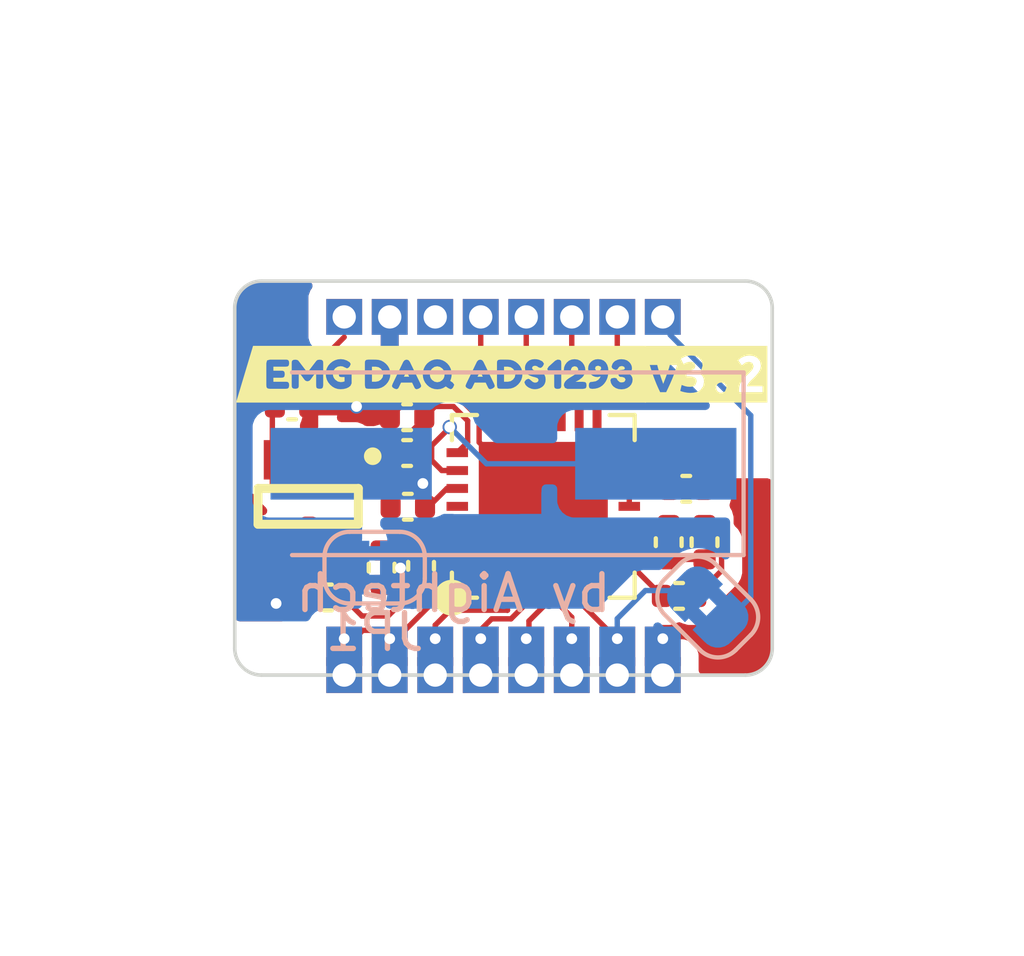
<source format=kicad_pcb>
(kicad_pcb (version 20240108) (generator "pcbnew") (generator_version "8.0")
  (title_block (title "EMG ADS1293") (date "2023-12-25") (rev "1.0") (company "Aightech"))
  (layers (0 "F.Cu" signal "Front") (1 "In1.Cu" signal) (2 "In2.Cu" signal) (31 "B.Cu" signal "Back") (34 "B.Paste" user) (35 "F.Paste" user) (36 "B.SilkS" user "B.Silkscreen") (37 "F.SilkS" user "F.Silkscreen") (38 "B.Mask" user) (39 "F.Mask" user) (44 "Edge.Cuts" user))
  (net 0 "")
  (net 1 "GNDA")
  (net 2 "/cvref")
  (net 3 "GND")
  (net 4 "+3.3V")
  (net 5 "XTAL2")
  (net 6 "XTAL1")
  (net 7 "/RLDINV")
  (net 8 "/RLDOUT")
  (net 9 "/RLDREF")
  (net 10 "/in1")
  (net 11 "/in2")
  (net 12 "/in3")
  (net 13 "/in4")
  (net 14 "/in5")
  (net 15 "/in6")
  (net 16 "/CMOUT")
  (net 23 "+3.3VA")
  (net 24 "/extRef")
  (net 26 "/POCI")
  (net 27 "/PICO")
  (net 28 "/SCLK")
  (net 29 "/CSB")
  (footprint "Connector_PinHeader_1.27mm:PinHeader_1x01_P1.27mm_Vertical" (layer "F.Cu") (at 26.7145 38.2105)
    (property "Reference" "J3" (hide yes))
    (property "Value" "Conn_01x01_Pin" (hide yes))
    (pad "1" thru_hole rect (at 0 0) (size 1 1) (drill 0.65) (property pad_prop_castellated) (layers "*.Cu" "*.Mask") (net 10 "/in1"))
  )
  (footprint "Capacitor_SMD:C_0402_1005Metric" (layer "F.Cu") (at 24.9895 36.0435 180)
    (property "Reference" "C8" (hide yes))
    (property "Value" "1uF" (hide yes))
    (pad "1" smd roundrect (at -0.48 0 180) (size 0.56 0.62) (layers "F.Cu" "F.Paste" "F.Mask") (net 23 "+3.3VA"))
    (pad "2" smd roundrect (at 0.48 0 180) (size 0.56 0.62) (layers "F.Cu" "F.Paste" "F.Mask") (net 3 "GND"))
  )
  (footprint "Capacitor_SMD:C_0402_1005Metric" (layer "F.Cu") (at 34.7895 36 180)
    (property "Reference" "R1" (hide yes))
    (property "Value" "10K" (hide yes))
    (pad "1" smd roundrect (at -0.48 0 180) (size 0.56 0.62) (layers "F.Cu" "F.Paste" "F.Mask") (net 7 "/RLDINV"))
    (pad "2" smd roundrect (at 0.48 0 180) (size 0.56 0.62) (layers "F.Cu" "F.Paste" "F.Mask") (net 16 "/CMOUT"))
  )
  (footprint "Connector_PinHeader_1.27mm:PinHeader_1x01_P1.27mm_Vertical" (layer "F.Cu") (at 27.9845 28.2105)
    (property "Reference" "J1" (hide yes))
    (property "Value" "Conn_01x01_Pin" (hide yes))
    (pad "1" thru_hole rect (at 0 0) (size 1 1) (drill 0.65) (property pad_prop_castellated) (layers "*.Cu" "*.Mask"))
  )
  (footprint "Connector_PinHeader_1.27mm:PinHeader_1x01_P1.27mm_Vertical" (layer "F.Cu") (at 25.4445 38.2105)
    (property "Reference" "J2" (hide yes))
    (property "Value" "Conn_01x01_Pin" (hide yes))
    (pad "1" thru_hole rect (at 0 0) (size 1 1) (drill 0.65) (property pad_prop_castellated) (layers "*.Cu" "*.Mask") (net 10 "/in1"))
  )
  (footprint "kibuzzard-66CB9060" (layer "F.Cu") (at 35.5445 29.8105)
    (property "Reference" "kibuzzard-66CB9060" (hide yes))
    (property "Value" "G***" (hide yes))
  )
  (footprint "Connector_PinHeader_1.27mm:PinHeader_1x01_P1.27mm_Vertical" (layer "F.Cu") (at 29.2545 28.2105 180)
    (property "Reference" "J9" (hide yes))
    (property "Value" "Conn_01x01_Pin" (hide yes))
    (pad "1" thru_hole rect (at 0 0 180) (size 1 1) (drill 0.65) (property pad_prop_castellated) (layers "*.Cu" "*.Mask") (net 26 "/POCI"))
  )
  (footprint "Connector_PinHeader_1.27mm:PinHeader_1x01_P1.27mm_Vertical" (layer "F.Cu") (at 33.0645 38.2105)
    (property "Reference" "J15" (hide yes))
    (property "Value" "Conn_01x01_Pin" (hide yes))
    (pad "1" thru_hole rect (at 0 0) (size 1 1) (drill 0.65) (property pad_prop_castellated) (layers "*.Cu" "*.Mask") (net 15 "/in6"))
  )
  (footprint "Connector_PinHeader_1.27mm:PinHeader_1x01_P1.27mm_Vertical" (layer "F.Cu") (at 34.3345 28.2105 180)
    (property "Reference" "J7" (hide yes))
    (property "Value" "Conn_01x01_Pin" (hide yes))
    (pad "1" thru_hole rect (at 0 0 180) (size 1 1) (drill 0.65) (property pad_prop_castellated) (layers "*.Cu" "*.Mask") (net 24 "/extRef"))
  )
  (footprint "Capacitor_SMD:C_0402_1005Metric" (layer "F.Cu") (at 27.2 32.0105)
    (property "Reference" "C4" (hide yes))
    (property "Value" "22pF" (hide yes))
    (pad "1" smd roundrect (at -0.48 0) (size 0.56 0.62) (layers "F.Cu" "F.Paste" "F.Mask") (net 4 "+3.3V"))
    (pad "2" smd roundrect (at 0.48 0) (size 0.56 0.62) (layers "F.Cu" "F.Paste" "F.Mask") (net 6 "XTAL1"))
  )
  (footprint "Capacitor_SMD:C_0402_1005Metric" (layer "F.Cu") (at 27.5895 35.1605 90)
    (property "Reference" "C1" (hide yes))
    (property "Value" "100nF" (hide yes))
    (pad "1" smd roundrect (at -0.48 0 90) (size 0.56 0.62) (layers "F.Cu" "F.Paste" "F.Mask") (net 23 "+3.3VA"))
    (pad "2" smd roundrect (at 0.48 0 90) (size 0.56 0.62) (layers "F.Cu" "F.Paste" "F.Mask") (net 1 "GNDA"))
  )
  (footprint "00_Custom:ADS1293CISQE" (layer "F.Cu") (at 31 33.5 90)
    (property "Reference" "U1" (hide yes))
    (property "Value" "ADS1293CISQE-NOPB" (hide yes))
    (pad "1" smd rect (at -2.4 -1.5 180) (size 0.25 0.6) (layers "F.Cu" "F.Paste" "F.Mask") (net 10 "/in1"))
    (pad "2" smd rect (at -2.4 -1.000001 180) (size 0.25 0.6) (layers "F.Cu" "F.Paste" "F.Mask") (net 11 "/in2"))
    (pad "3" smd rect (at -2.4 -0.499999 180) (size 0.25 0.6) (layers "F.Cu" "F.Paste" "F.Mask") (net 12 "/in3"))
    (pad "4" smd rect (at -2.4 0 180) (size 0.25 0.6) (layers "F.Cu" "F.Paste" "F.Mask") (net 13 "/in4"))
    (pad "5" smd rect (at -2.4 0.499999 180) (size 0.25 0.6) (layers "F.Cu" "F.Paste" "F.Mask") (net 14 "/in5"))
    (pad "6" smd rect (at -2.4 1.000001 180) (size 0.25 0.6) (layers "F.Cu" "F.Paste" "F.Mask") (net 15 "/in6"))
    (pad "7" smd rect (at -2.4 1.5 180) (size 0.25 0.6) (layers "F.Cu" "F.Paste" "F.Mask"))
    (pad "8" smd rect (at -1.5 2.4 90) (size 0.25 0.6) (layers "F.Cu" "F.Paste" "F.Mask") (net 16 "/CMOUT"))
    (pad "9" smd rect (at -1.000001 2.4 90) (size 0.25 0.6) (layers "F.Cu" "F.Paste" "F.Mask") (net 8 "/RLDOUT"))
    (pad "10" smd rect (at -0.499999 2.4 90) (size 0.25 0.6) (layers "F.Cu" "F.Paste" "F.Mask") (net 7 "/RLDINV"))
    (pad "11" smd rect (at 0 2.4 90) (size 0.25 0.6) (layers "F.Cu" "F.Paste" "F.Mask") (net 9 "/RLDREF"))
    (pad "12" smd rect (at 0.499999 2.4 90) (size 0.25 0.6) (layers "F.Cu" "F.Paste" "F.Mask") (net 9 "/RLDREF"))
    (pad "13" smd rect (at 1.000001 2.4 90) (size 0.25 0.6) (layers "F.Cu" "F.Paste" "F.Mask"))
    (pad "14" smd rect (at 1.5 2.4 90) (size 0.25 0.6) (layers "F.Cu" "F.Paste" "F.Mask") (net 3 "GND"))
    (pad "15" smd rect (at 2.4 1.5 180) (size 0.25 0.6) (layers "F.Cu" "F.Paste" "F.Mask"))
    (pad "16" smd rect (at 2.4 1.000001 180) (size 0.25 0.6) (layers "F.Cu" "F.Paste" "F.Mask") (net 29 "/CSB"))
    (pad "17" smd rect (at 2.4 0.499999 180) (size 0.25 0.6) (layers "F.Cu" "F.Paste" "F.Mask") (net 28 "/SCLK"))
    (pad "18" smd rect (at 2.4 0 180) (size 0.25 0.6) (layers "F.Cu" "F.Paste" "F.Mask") (net 27 "/PICO"))
    (pad "19" smd rect (at 2.4 -0.499999 180) (size 0.25 0.6) (layers "F.Cu" "F.Paste" "F.Mask") (net 26 "/POCI"))
    (pad "20" smd rect (at 2.4 -1.000001 180) (size 0.25 0.6) (layers "F.Cu" "F.Paste" "F.Mask"))
    (pad "21" smd rect (at 2.4 -1.5 180) (size 0.25 0.6) (layers "F.Cu" "F.Paste" "F.Mask"))
    (pad "22" smd rect (at 1.5 -2.4 90) (size 0.25 0.6) (layers "F.Cu" "F.Paste" "F.Mask") (net 4 "+3.3V"))
    (pad "23" smd rect (at 1.000001 -2.4 90) (size 0.25 0.6) (layers "F.Cu" "F.Paste" "F.Mask") (net 6 "XTAL1"))
    (pad "24" smd rect (at 0.499999 -2.4 90) (size 0.25 0.6) (layers "F.Cu" "F.Paste" "F.Mask") (net 5 "XTAL2"))
    (pad "25" smd rect (at 0 -2.4 90) (size 0.25 0.6) (layers "F.Cu" "F.Paste" "F.Mask"))
    (pad "26" smd rect (at -0.499999 -2.4 90) (size 0.25 0.6) (layers "F.Cu" "F.Paste" "F.Mask") (net 2 "/cvref"))
    (pad "27" smd rect (at -1.000001 -2.4 90) (size 0.25 0.6) (layers "F.Cu" "F.Paste" "F.Mask") (net 1 "GNDA"))
    (pad "28" smd rect (at -1.5 -2.4 90) (size 0.25 0.6) (layers "F.Cu" "F.Paste" "F.Mask") (net 23 "+3.3VA"))
    (pad "29" smd rect (at 0 0 90) (size 3.6 3.6) (layers "F.Cu") (net 3 "GND"))
  )
  (footprint "Capacitor_SMD:C_0402_1005Metric" (layer "F.Cu") (at 34.9895 33.0105)
    (property "Reference" "C7" (hide yes))
    (property "Value" "100nF" (hide yes))
    (pad "1" smd roundrect (at -0.48 0) (size 0.56 0.62) (layers "F.Cu" "F.Paste" "F.Mask") (net 9 "/RLDREF"))
    (pad "2" smd roundrect (at 0.48 0) (size 0.56 0.62) (layers "F.Cu" "F.Paste" "F.Mask") (net 1 "GNDA"))
  )
  (footprint "Capacitor_SMD:C_0402_1005Metric" (layer "F.Cu") (at 23.9895 30.7105)
    (property "Reference" "C9" (hide yes))
    (property "Value" "1uF" (hide yes))
    (pad "1" smd roundrect (at -0.48 0) (size 0.56 0.62) (layers "F.Cu" "F.Paste" "F.Mask") (net 4 "+3.3V"))
    (pad "2" smd roundrect (at 0.48 0) (size 0.56 0.62) (layers "F.Cu" "F.Paste" "F.Mask") (net 3 "GND"))
  )
  (footprint "Capacitor_SMD:C_0402_1005Metric" (layer "F.Cu") (at 27.2 31.0105 180)
    (property "Reference" "C5" (hide yes))
    (property "Value" "100nF" (hide yes))
    (pad "1" smd roundrect (at -0.48 0 180) (size 0.56 0.62) (layers "F.Cu" "F.Paste" "F.Mask") (net 4 "+3.3V"))
    (pad "2" smd roundrect (at 0.48 0 180) (size 0.56 0.62) (layers "F.Cu" "F.Paste" "F.Mask") (net 3 "GND"))
  )
  (footprint "00_lcsc:SOT-25-5_L2.9-W1.6-P0.95-LS2.8-BL" (layer "F.Cu") (at 24.459792 33.5 180)
    (property "Reference" "U2" (hide yes))
    (property "Value" "AP2112K-3.3TRG1" (hide yes))
    (pad "1" smd rect (at -0.95 1.3 180) (size 0.62 1.1) (layers "F.Cu" "F.Paste" "F.Mask") (net 4 "+3.3V"))
    (pad "2" smd rect (at 0 1.3 180) (size 0.62 1.1) (layers "F.Cu" "F.Paste" "F.Mask") (net 3 "GND"))
    (pad "3" smd rect (at 0.95 1.3 180) (size 0.62 1.1) (layers "F.Cu" "F.Paste" "F.Mask") (net 4 "+3.3V"))
    (pad "4" smd rect (at 0.95 -1.3 180) (size 0.62 1.1) (layers "F.Cu" "F.Paste" "F.Mask"))
    (pad "5" smd rect (at -0.95 -1.3 180) (size 0.62 1.1) (layers "F.Cu" "F.Paste" "F.Mask") (net 23 "+3.3VA"))
  )
  (footprint "Connector_PinHeader_1.27mm:PinHeader_1x01_P1.27mm_Vertical" (layer "F.Cu") (at 29.2545 38.2105)
    (property "Reference" "J5" (hide yes))
    (property "Value" "Conn_01x01_Pin" (hide yes))
    (pad "1" thru_hole rect (at 0 0) (size 1 1) (drill 0.65) (property pad_prop_castellated) (layers "*.Cu" "*.Mask") (net 12 "/in3"))
  )
  (footprint "Connector_PinHeader_1.27mm:PinHeader_1x01_P1.27mm_Vertical" (layer "F.Cu") (at 27.9845 38.2105)
    (property "Reference" "J4" (hide yes))
    (property "Value" "Conn_01x01_Pin" (hide yes))
    (pad "1" thru_hole rect (at 0 0) (size 1 1) (drill 0.65) (property pad_prop_castellated) (layers "*.Cu" "*.Mask") (net 11 "/in2"))
  )
  (footprint "Connector_PinHeader_1.27mm:PinHeader_1x01_P1.27mm_Vertical" (layer "F.Cu") (at 30.5245 28.2105 180)
    (property "Reference" "J10" (hide yes))
    (property "Value" "Conn_01x01_Pin" (hide yes))
    (pad "1" thru_hole rect (at 0 0 180) (size 1 1) (drill 0.65) (property pad_prop_castellated) (layers "*.Cu" "*.Mask") (net 27 "/PICO"))
  )
  (footprint "Capacitor_SMD:C_0402_1005Metric" (layer "F.Cu") (at 26.4895 35.2105 -90)
    (property "Reference" "C2" (hide yes))
    (property "Value" "1uF" (hide yes))
    (pad "1" smd roundrect (at -0.48 0 270) (size 0.56 0.62) (layers "F.Cu" "F.Paste" "F.Mask") (net 2 "/cvref"))
    (pad "2" smd roundrect (at 0.48 0 270) (size 0.56 0.62) (layers "F.Cu" "F.Paste" "F.Mask") (net 1 "GNDA"))
  )
  (footprint "Connector_PinHeader_1.27mm:PinHeader_1x01_P1.27mm_Vertical" (layer "F.Cu") (at 26.7145 28.2105)
    (property "Reference" "J14" (hide yes))
    (property "Value" "Conn_01x01_Pin" (hide yes))
    (pad "1" thru_hole rect (at 0 0) (size 1 1) (drill 0.65) (property pad_prop_castellated) (layers "*.Cu" "*.Mask") (net 3 "GND"))
  )
  (footprint "kibuzzard-658D7E24" (layer "F.Cu") (at 28.1445 29.8105)
    (property "Reference" "kibuzzard-658D7E24" (hide yes))
    (property "Value" "G***" (hide yes))
  )
  (footprint "Capacitor_SMD:C_0402_1005Metric" (layer "F.Cu") (at 27.22 33.5105)
    (property "Reference" "C3" (hide yes))
    (property "Value" "22pF" (hide yes))
    (pad "1" smd roundrect (at -0.48 0) (size 0.56 0.62) (layers "F.Cu" "F.Paste" "F.Mask") (net 4 "+3.3V"))
    (pad "2" smd roundrect (at 0.48 0) (size 0.56 0.62) (layers "F.Cu" "F.Paste" "F.Mask") (net 5 "XTAL2"))
  )
  (footprint "Connector_PinHeader_1.27mm:PinHeader_1x01_P1.27mm_Vertical" (layer "F.Cu") (at 31.7945 38.2105)
    (property "Reference" "J8" (hide yes))
    (property "Value" "Conn_01x01_Pin" (hide yes))
    (pad "1" thru_hole rect (at 0 0) (size 1 1) (drill 0.65) (property pad_prop_castellated) (layers "*.Cu" "*.Mask") (net 14 "/in5"))
  )
  (footprint "Connector_PinHeader_1.27mm:PinHeader_1x01_P1.27mm_Vertical" (layer "F.Cu") (at 33.0645 28.2105)
    (property "Reference" "J12" (hide yes))
    (property "Value" "Conn_01x01_Pin" (hide yes))
    (pad "1" thru_hole rect (at 0 0) (size 1 1) (drill 0.65) (property pad_prop_castellated) (layers "*.Cu" "*.Mask") (net 29 "/CSB"))
  )
  (footprint "Capacitor_SMD:C_0402_1005Metric" (layer "F.Cu") (at 34.5 34.5 -90)
    (property "Reference" "C6" (hide yes))
    (property "Value" "1nF" (hide yes))
    (pad "1" smd roundrect (at -0.48 0 270) (size 0.56 0.62) (layers "F.Cu" "F.Paste" "F.Mask") (net 7 "/RLDINV"))
    (pad "2" smd roundrect (at 0.48 0 270) (size 0.56 0.62) (layers "F.Cu" "F.Paste" "F.Mask") (net 8 "/RLDOUT"))
  )
  (footprint "Capacitor_SMD:C_0402_1005Metric" (layer "F.Cu") (at 35.5 34.5 -90)
    (property "Reference" "R2" (hide yes))
    (property "Value" "10M" (hide yes))
    (pad "1" smd roundrect (at -0.48 0 270) (size 0.56 0.62) (layers "F.Cu" "F.Paste" "F.Mask") (net 7 "/RLDINV"))
    (pad "2" smd roundrect (at 0.48 0 270) (size 0.56 0.62) (layers "F.Cu" "F.Paste" "F.Mask") (net 8 "/RLDOUT"))
  )
  (footprint "Connector_PinHeader_1.27mm:PinHeader_1x01_P1.27mm_Vertical" (layer "F.Cu") (at 34.3345 38.2105 180)
    (property "Reference" "J16" (hide yes))
    (property "Value" "Conn_01x01_Pin" (hide yes))
    (pad "1" thru_hole rect (at 0 0 180) (size 1 1) (drill 0.65) (property pad_prop_castellated) (layers "*.Cu" "*.Mask") (net 1 "GNDA"))
  )
  (footprint "Connector_PinHeader_1.27mm:PinHeader_1x01_P1.27mm_Vertical" (layer "F.Cu") (at 30.5245 38.2105)
    (property "Reference" "J6" (hide yes))
    (property "Value" "Conn_01x01_Pin" (hide yes))
    (pad "1" thru_hole rect (at 0 0) (size 1 1) (drill 0.65) (property pad_prop_castellated) (layers "*.Cu" "*.Mask") (net 13 "/in4"))
  )
  (footprint "Connector_PinHeader_1.27mm:PinHeader_1x01_P1.27mm_Vertical" (layer "F.Cu") (at 31.7945 28.2105 180)
    (property "Reference" "J11" (hide yes))
    (property "Value" "Conn_01x01_Pin" (hide yes))
    (pad "1" thru_hole rect (at 0 0 180) (size 1 1) (drill 0.65) (property pad_prop_castellated) (layers "*.Cu" "*.Mask") (net 28 "/SCLK"))
  )
  (footprint "Connector_PinHeader_1.27mm:PinHeader_1x01_P1.27mm_Vertical" (layer "F.Cu") (at 25.4445 28.2105)
    (property "Reference" "J13" (hide yes))
    (property "Value" "Conn_01x01_Pin" (hide yes))
    (pad "1" thru_hole rect (at 0 0) (size 1 1) (drill 0.65) (property pad_prop_castellated) (layers "*.Cu" "*.Mask") (net 4 "+3.3V"))
  )
  (footprint "Jumper:SolderJumper-2_P1.3mm_Bridged2Bar_RoundedPad1.0x1.5mm" (layer "B.Cu") (at 35.5895 36.3105 135)
    (property "Reference" "JP2" (hide yes))
    (property "Value" "SolderJumper_2_Bridged" (hide yes))
    (fp_poly (pts (xy -0.25 -0.2) (xy 0.25 -0.2) (xy 0.25 -0.6) (xy -0.25 -0.6)) (fill solid) (layer "B.Cu"))
    (fp_poly (pts (xy -0.25 0.6) (xy 0.25 0.6) (xy 0.25 0.2) (xy -0.25 0.2)) (fill solid) (layer "B.Cu"))
    (pad "1" smd custom (at -0.649999 0 135) (size 1 0.5) (layers "B.Cu" "B.Mask") (net 24 "/extRef") (options (clearance outline) (anchor rect)) (primitives (gr_circle (center 0 -0.25) (end 0.5 -0.25) (width 0) (fill yes)) (gr_circle (center 0 0.25) (end 0.5 0.25) (width 0) (fill yes)) (gr_poly (pts (xy 0.5 -0.75) (xy 0 -0.75) (xy 0 0.75) (xy 0.5 0.75)) (width 0) (fill yes))))
    (pad "2" smd custom (at 0.649999 0 135) (size 1 0.5) (layers "B.Cu" "B.Mask") (net 15 "/in6") (options (clearance outline) (anchor rect)) (primitives (gr_circle (center 0 -0.25) (end 0.5 -0.25) (width 0) (fill yes)) (gr_circle (center 0 0.25) (end 0.5 0.25) (width 0) (fill yes)) (gr_poly (pts (xy 0 -0.75) (xy -0.5 -0.75) (xy -0.5 0.75) (xy 0 0.75)) (width 0) (fill yes))))
  )
  (footprint "Jumper:SolderJumper-2_P1.3mm_Bridged2Bar_RoundedPad1.0x1.5mm" (layer "B.Cu") (at 26.2945 35.2105)
    (property "Reference" "JP1" (at 0 1.8 0) (layer "B.SilkS") (effects (justify mirror)))
    (property "Value" "SolderJumper_2_Bridged")
    (fp_poly (pts (xy -0.25 -0.2) (xy 0.25 -0.2) (xy 0.25 -0.6) (xy -0.25 -0.6)) (fill solid) (layer "B.Cu"))
    (fp_poly (pts (xy -0.25 0.6) (xy 0.25 0.6) (xy 0.25 0.2) (xy -0.25 0.2)) (fill solid) (layer "B.Cu"))
    (pad "1" smd custom (at -0.649999 0) (size 1 0.5) (layers "B.Cu" "B.Mask") (net 3 "GND") (options (clearance outline) (anchor rect)) (primitives (gr_circle (center 0 -0.25) (end 0.5 -0.25) (width 0) (fill yes)) (gr_circle (center 0 0.25) (end 0.5 0.25) (width 0) (fill yes)) (gr_poly (pts (xy 0.5 -0.75) (xy 0 -0.75) (xy 0 0.75) (xy 0.5 0.75)) (width 0) (fill yes))))
    (pad "2" smd custom (at 0.649999 0) (size 1 0.5) (layers "B.Cu" "B.Mask") (net 1 "GNDA") (options (clearance outline) (anchor rect)) (primitives (gr_circle (center 0 -0.25) (end 0.5 -0.25) (width 0) (fill yes)) (gr_circle (center 0 0.25) (end 0.5 0.25) (width 0) (fill yes)) (gr_poly (pts (xy 0 -0.75) (xy -0.5 -0.75) (xy -0.5 0.75) (xy 0 0.75)) (width 0) (fill yes))))
  )
  (footprint "Crystal:Crystal_SMD_HC49-SD" (layer "B.Cu") (at 29.8895 32.3105 180)
    (property "Reference" "Y1" (hide yes))
    (property "Value" "Crystal" (hide yes))
    (pad "1" smd rect (at -4.25 0 180) (size 4.5 2) (layers "B.Cu" "B.Paste" "B.Mask") (net 6 "XTAL1"))
    (pad "2" smd rect (at 4.25 0 180) (size 4.5 2) (layers "B.Cu" "B.Paste" "B.Mask") (net 5 "XTAL2"))
  )
  (gr_rect (start 26.2145 36.8565) (end 27.2145 37.9565) (fill solid) (layer "F.Cu") (net 10))
  (gr_rect (start 30.0245 36.8565) (end 31.0245 37.9565) (fill solid) (layer "F.Cu") (net 13))
  (gr_rect (start 27.4845 36.8565) (end 28.4845 37.9565) (fill solid) (layer "F.Cu") (net 11))
  (gr_rect (start 31.2945 36.8565) (end 32.2945 37.9565) (fill solid) (layer "F.Cu") (net 14))
  (gr_rect (start 33.8345 36.8565) (end 34.8345 37.9565) (fill solid) (layer "F.Cu") (net 1))
  (gr_rect (start 28.7545 36.8565) (end 29.7545 37.9565) (fill solid) (layer "F.Cu") (net 12))
  (gr_rect (start 32.5645 36.8565) (end 33.5645 37.9565) (fill solid) (layer "F.Cu") (net 15))
  (gr_rect (start 24.9445 36.8565) (end 25.9445 37.9565) (fill solid) (layer "F.Cu") (net 10))
  (gr_rect (start 30.0245 36.8565) (end 31.0245 37.9565) (fill solid) (layer "B.Cu") (net 13))
  (gr_rect (start 31.2945 36.8565) (end 32.2945 37.9565) (fill solid) (layer "B.Cu") (net 14))
  (gr_rect (start 32.5645 36.8565) (end 33.5645 37.9565) (fill solid) (layer "B.Cu") (net 15))
  (gr_rect (start 33.8345 36.8565) (end 34.8345 37.9565) (fill solid) (layer "B.Cu") (net 1))
  (gr_rect (start 27.4845 36.8565) (end 28.4845 37.9565) (fill solid) (layer "B.Cu") (net 11))
  (gr_rect (start 26.2145 36.8565) (end 27.2145 37.9565) (fill solid) (layer "B.Cu") (net 10))
  (gr_rect (start 24.9445 36.8565) (end 25.9445 37.9565) (fill solid) (layer "B.Cu") (net 10))
  (gr_rect (start 28.7545 36.8565) (end 29.7545 37.9565) (fill solid) (layer "B.Cu") (net 12))
  (gr_arc (start 36.6395 27.2105) (mid 37.16983 27.43017) (end 37.3895 27.9605) (stroke (width 0.1)) (layer "Edge.Cuts"))
  (gr_arc (start 22.3895 27.960501) (mid 22.60917 27.43017) (end 23.1395 27.210501) (stroke (width 0.1)) (layer "Edge.Cuts"))
  (gr_line (start 37.3895 37.460499) (end 37.3895 27.9605) (stroke (width 0.1)) (layer "Edge.Cuts"))
  (gr_line (start 36.6395 27.2105) (end 23.1395 27.210501) (stroke (width 0.1)) (layer "Edge.Cuts"))
  (gr_arc (start 23.1395 38.2105) (mid 22.60917 37.99083) (end 22.3895 37.4605) (stroke (width 0.1)) (layer "Edge.Cuts"))
  (gr_arc (start 37.3895 37.460499) (mid 37.16983 37.99083) (end 36.6395 38.210499) (stroke (width 0.1)) (layer "Edge.Cuts"))
  (gr_line (start 23.1395 38.2105) (end 36.6395 38.210499) (stroke (width 0.1)) (layer "Edge.Cuts"))
  (gr_line (start 22.3895 37.4605) (end 22.3895 27.960501) (stroke (width 0.1)) (layer "Edge.Cuts"))
  (gr_text "by Aightech" (at 28.4925 35.9245 0) (layer "B.SilkS") (effects (font (size 1 1)) (justify mirror)))
  (segment (start 27.0145 35.2205) (end 26.5445 35.6905) (width 0.15) (layer "F.Cu") (net 1))
  (segment (start 27.7595 34.5105) (end 28.589501 34.5105) (width 0.15) (layer "F.Cu") (net 1))
  (segment (start 27.5895 34.6805) (end 27.7595 34.5105) (width 0.15) (layer "F.Cu") (net 1))
  (segment (start 26.5445 35.6905) (end 26.4895 35.6905) (width 0.15) (layer "F.Cu") (net 1))
  (segment (start 28.589501 34.5105) (end 28.6 34.500001) (width 0.15) (layer "F.Cu") (net 1))
  (segment (start 27.0495 35.2205) (end 27.0145 35.2205) (width 0.15) (layer "F.Cu") (net 1))
  (segment (start 27.057 35.263) (end 27.0145 35.2205) (width 0.15) (layer "F.Cu") (net 1))
  (segment (start 27.5895 34.6805) (end 27.0495 35.2205) (width 0.15) (layer "F.Cu") (net 1))
  (via (at 34.3345 37.1945) (size 0.4) (drill 0.3) (layers "F.Cu" "B.Cu") (net 1))
  (via (at 27.0145 35.2205) (size 0.4) (drill 0.3) (layers "F.Cu" "B.Cu") (net 1))
  (segment (start 26.509501 34.7305) (end 27.154501 34.0855) (width 0.15) (layer "F.Cu") (net 2))
  (segment (start 27.154501 34.0855) (end 28.514499 34.0855) (width 0.15) (layer "F.Cu") (net 2))
  (segment (start 26.4895 34.7305) (end 26.509501 34.7305) (width 0.15) (layer "F.Cu") (net 2))
  (segment (start 28.514499 34.0855) (end 28.6 33.999999) (width 0.15) (layer "F.Cu") (net 2))
  (segment (start 26.7145 28.7105) (end 26.7145 31.005) (width 0.15) (layer "F.Cu") (net 3))
  (segment (start 24.4695 30.7105) (end 26.42 30.7105) (width 0.15) (layer "F.Cu") (net 3))
  (segment (start 29.21 31.031) (end 29.21 31.71) (width 0.15) (layer "F.Cu") (net 3))
  (segment (start 29.21 31.71) (end 31 33.5) (width 0.15) (layer "F.Cu") (net 3))
  (segment (start 26.42 30.7105) (end 26.72 31.0105) (width 0.15) (layer "F.Cu") (net 3))
  (segment (start 24.3895 30.7905) (end 24.4695 30.7105) (width 0.15) (layer "F.Cu") (net 3))
  (segment (start 24.3895 32.2255) (end 24.3895 30.7905) (width 0.15) (layer "F.Cu") (net 3))
  (segment (start 32.5 32) (end 31 33.5) (width 0.15) (layer "F.Cu") (net 3))
  (segment (start 26.72 31.0105) (end 27.52 30.2105) (width 0.15) (layer "F.Cu") (net 3))
  (segment (start 33.4 32) (end 32.5 32) (width 0.15) (layer "F.Cu") (net 3))
  (segment (start 28.3895 30.2105) (end 29.21 31.031) (width 0.15) (layer "F.Cu") (net 3))
  (segment (start 27.52 30.2105) (end 28.3895 30.2105) (width 0.15) (layer "F.Cu") (net 3))
  (segment (start 26.7145 31.005) (end 26.72 31.0105) (width 0.15) (layer "F.Cu") (net 3))
  (via (at 25.7895 30.7105) (size 0.4) (drill 0.3) (layers "F.Cu" "B.Cu") (net 3))
  (via (at 23.5445 36.2105) (size 0.4) (drill 0.3) (layers "F.Cu" "B.Cu") (net 3))
  (segment (start 24.5445 35.2105) (end 25.644501 35.2105) (width 0.1) (layer "B.Cu") (net 3))
  (segment (start 23.5445 36.2105) (end 24.5445 35.2105) (width 0.1) (layer "B.Cu") (net 3))
  (segment (start 27.68 31.0505) (end 26.72 32.0105) (width 0.15) (layer "F.Cu") (net 4))
  (segment (start 27.98 30.7105) (end 28.490541 30.7105) (width 0.15) (layer "F.Cu") (net 4))
  (segment (start 23.4395 32.2255) (end 23.4395 32.900499) (width 0.15) (layer "F.Cu") (net 4))
  (segment (start 27.68 31.0105) (end 27.98 30.7105) (width 0.15) (layer "F.Cu") (net 4))
  (segment (start 23.749501 33.2105) (end 25.029499 33.2105) (width 0.15) (layer "F.Cu") (net 4))
  (segment (start 25.3395 32.2255) (end 26.505 32.2255) (width 0.15) (layer "F.Cu") (net 4))
  (segment (start 23.4395 32.900499) (end 23.749501 33.2105) (width 0.15) (layer "F.Cu") (net 4))
  (segment (start 26.74 32.0305) (end 26.72 32.0105) (width 0.15) (layer "F.Cu") (net 4))
  (segment (start 25.4445 28.2105) (end 25.4445 28.2755) (width 0.15) (layer "F.Cu") (net 4))
  (segment (start 28.8895 31.109459) (end 28.8895 31.7105) (width 0.15) (layer "F.Cu") (net 4))
  (segment (start 25.4445 28.7755) (end 23.5095 30.7105) (width 0.15) (layer "F.Cu") (net 4))
  (segment (start 23.4395 30.7805) (end 23.5095 30.7105) (width 0.15) (layer "F.Cu") (net 4))
  (segment (start 28.8895 31.7105) (end 28.6 32) (width 0.15) (layer "F.Cu") (net 4))
  (segment (start 27.68 31.0105) (end 27.68 31.0505) (width 0.15) (layer "F.Cu") (net 4))
  (segment (start 26.505 32.2255) (end 26.72 32.0105) (width 0.15) (layer "F.Cu") (net 4))
  (segment (start 23.4395 32.2255) (end 23.4395 30.7805) (width 0.15) (layer "F.Cu") (net 4))
  (segment (start 25.3395 32.900499) (end 25.3395 32.2255) (width 0.15) (layer "F.Cu") (net 4))
  (segment (start 25.029499 33.2105) (end 25.3395 32.900499) (width 0.15) (layer "F.Cu") (net 4))
  (segment (start 28.490541 30.7105) (end 28.8895 31.109459) (width 0.15) (layer "F.Cu") (net 4))
  (segment (start 26.74 33.6105) (end 26.74 32.0305) (width 0.15) (layer "F.Cu") (net 4))
  (segment (start 27.6395 32.8605) (end 27.6395 33.55) (width 0.15) (layer "F.Cu") (net 5))
  (segment (start 27.7 33.6105) (end 28.310499 33.000001) (width 0.15) (layer "F.Cu") (net 5))
  (segment (start 27.6395 33.55) (end 27.7 33.6105) (width 0.15) (layer "F.Cu") (net 5))
  (segment (start 28.310499 33.000001) (end 28.6 33.000001) (width 0.15) (layer "F.Cu") (net 5))
  (via (at 27.6395 32.8605) (size 0.4) (drill 0.3) (layers "F.Cu" "B.Cu") (net 5))
  (segment (start 27.6395 32.8605) (end 27.0895 32.3105) (width 0.15) (layer "B.Cu") (net 5))
  (segment (start 27.0895 32.3105) (end 25.6395 32.3105) (width 0.15) (layer "B.Cu") (net 5))
  (segment (start 28.6 32.499999) (end 28.169499 32.499999) (width 0.15) (layer "F.Cu") (net 6))
  (segment (start 28.3895 31.2855) (end 28.3895 31.301) (width 0.15) (layer "F.Cu") (net 6))
  (segment (start 28.3895 31.301) (end 27.68 32.0105) (width 0.15) (layer "F.Cu") (net 6))
  (segment (start 28.169499 32.499999) (end 27.68 32.0105) (width 0.15) (layer "F.Cu") (net 6))
  (via (at 28.3895 31.2855) (size 0.4) (drill 0.3) (layers "F.Cu" "B.Cu") (net 6))
  (segment (start 28.3895 31.2855) (end 29.4145 32.3105) (width 0.15) (layer "B.Cu") (net 6))
  (segment (start 29.4145 32.3105) (end 34.1395 32.3105) (width 0.15) (layer "B.Cu") (net 6))
  (segment (start 35.975 34.495) (end 35.975 35.2945) (width 0.15) (layer "F.Cu") (net 7))
  (segment (start 35.975 35.2945) (end 35.2695 36) (width 0.15) (layer "F.Cu") (net 7))
  (segment (start 35.5 34.02) (end 35.975 34.495) (width 0.15) (layer "F.Cu") (net 7))
  (segment (start 33.420001 34.02) (end 33.4 33.999999) (width 0.15) (layer "F.Cu") (net 7))
  (segment (start 34.5 34.02) (end 33.420001 34.02) (width 0.15) (layer "F.Cu") (net 7))
  (segment (start 35.5 34.02) (end 34.5 34.02) (width 0.15) (layer "F.Cu") (net 7))
  (segment (start 35.5 34.98) (end 34.5 34.98) (width 0.15) (layer "F.Cu") (net 8))
  (segment (start 34.020001 34.500001) (end 34.5 34.98) (width 0.15) (layer "F.Cu") (net 8))
  (segment (start 33.4 34.500001) (end 34.020001 34.500001) (width 0.15) (layer "F.Cu") (net 8))
  (segment (start 34.499001 33.000001) (end 34.5095 33.0105) (width 0.15) (layer "F.Cu") (net 9))
  (segment (start 33.4 33.5) (end 33.4 33.000001) (width 0.15) (layer "F.Cu") (net 9))
  (segment (start 33.4 33.000001) (end 34.499001 33.000001) (width 0.15) (layer "F.Cu") (net 9))
  (segment (start 26.6945 38.1255) (end 26.7145 38.1255) (width 0.15) (layer "F.Cu") (net 10))
  (segment (start 29.5 35.9) (end 28.2 35.9) (width 0.15) (layer "F.Cu") (net 10))
  (segment (start 26.6945 37.1745) (end 26.7145 37.1945) (width 0.15) (layer "F.Cu") (net 10))
  (segment (start 28.2 35.9) (end 27.1395 36.9605) (width 0.15) (layer "F.Cu") (net 10))
  (segment (start 25.9635 36.9605) (end 25.7295 37.1945) (width 0.15) (layer "F.Cu") (net 10))
  (segment (start 26.7145 37.1945) (end 26.6945 37.2145) (width 0.15) (layer "F.Cu") (net 10))
  (segment (start 26.6945 36.9605) (end 25.9635 36.9605) (width 0.15) (layer "F.Cu") (net 10))
  (segment (start 26.6945 36.9605) (end 26.6945 37.1745) (width 0.15) (layer "F.Cu") (net 10))
  (segment (start 27.1395 36.9605) (end 26.6945 36.9605) (width 0.15) (layer "F.Cu") (net 10))
  (segment (start 25.4445 37.4795) (end 25.4445 38.2105) (width 0.15) (layer "F.Cu") (net 10))
  (segment (start 26.6945 37.2145) (end 26.6945 38.1255) (width 0.15) (layer "F.Cu") (net 10))
  (segment (start 25.7295 37.1945) (end 25.4445 37.1945) (width 0.15) (layer "F.Cu") (net 10))
  (via (at 25.4445 37.1945) (size 0.4) (drill 0.3) (layers "F.Cu" "B.Cu") (net 10))
  (via (at 26.7145 37.1945) (size 0.4) (drill 0.3) (layers "F.Cu" "B.Cu") (net 10))
  (segment (start 28.4 36.4) (end 27.9845 36.8155) (width 0.15) (layer "F.Cu") (net 11))
  (segment (start 29.999999 36.400001) (end 29.999998 36.4) (width 0.15) (layer "F.Cu") (net 11))
  (segment (start 27.9845 37.1945) (end 27.9845 38.1255) (width 0.15) (layer "F.Cu") (net 11))
  (segment (start 29.999998 36.4) (end 28.4 36.4) (width 0.15) (layer "F.Cu") (net 11))
  (segment (start 29.999999 35.9) (end 29.999999 36.400001) (width 0.15) (layer "F.Cu") (net 11))
  (segment (start 27.9845 36.8155) (end 27.9845 37.1945) (width 0.15) (layer "F.Cu") (net 11))
  (via (at 27.9845 37.1945) (size 0.4) (drill 0.3) (layers "F.Cu" "B.Cu") (net 11))
  (segment (start 29.2545 37.1945) (end 29.2545 38.2105) (width 0.15) (layer "F.Cu") (net 12))
  (segment (start 30.099409 36.64) (end 29.56 36.64) (width 0.15) (layer "F.Cu") (net 12))
  (segment (start 30.500001 35.9) (end 30.500001 36.239408) (width 0.15) (layer "F.Cu") (net 12))
  (segment (start 29.56 36.64) (end 29.2545 36.9455) (width 0.15) (layer "F.Cu") (net 12))
  (segment (start 29.2545 36.9455) (end 29.2545 37.1945) (width 0.15) (layer "F.Cu") (net 12))
  (segment (start 30.500001 36.239408) (end 30.099409 36.64) (width 0.15) (layer "F.Cu") (net 12))
  (via (at 29.2545 37.1945) (size 0.4) (drill 0.3) (layers "F.Cu" "B.Cu") (net 12))
  (segment (start 30.500001 38.101) (end 30.5245 38.125499) (width 0.15) (layer "F.Cu") (net 13))
  (segment (start 30.6 36.7) (end 30.6 37.119) (width 0.15) (layer "F.Cu") (net 13))
  (segment (start 30.6 38.135) (end 30.5245 38.2105) (width 0.15) (layer "F.Cu") (net 13))
  (segment (start 30.6 37.27) (end 30.6 38.135) (width 0.15) (layer "F.Cu") (net 13))
  (segment (start 31 35.9) (end 31 36.3) (width 0.15) (layer "F.Cu") (net 13))
  (segment (start 31 36.3) (end 30.6 36.7) (width 0.15) (layer "F.Cu") (net 13))
  (segment (start 30.5245 37.1945) (end 30.6 37.27) (width 0.15) (layer "F.Cu") (net 13))
  (segment (start 30.6 37.119) (end 30.5245 37.1945) (width 0.15) (layer "F.Cu") (net 13))
  (via (at 30.5245 37.1945) (size 0.4) (drill 0.3) (layers "F.Cu" "B.Cu") (net 13))
  (segment (start 31.7945 36.5945) (end 31.7945 37.1945) (width 0.15) (layer "F.Cu") (net 14))
  (segment (start 31.7945 37.1945) (end 31.7945 38.2105) (width 0.15) (layer "F.Cu") (net 14))
  (segment (start 31.709499 38.125499) (end 31.7945 38.125499) (width 0.15) (layer "F.Cu") (net 14))
  (segment (start 31.499999 36.299999) (end 31.7945 36.5945) (width 0.15) (layer "F.Cu") (net 14))
  (segment (start 31.499999 35.9) (end 31.499999 36.299999) (width 0.15) (layer "F.Cu") (net 14))
  (via (at 31.7945 37.1945) (size 0.4) (drill 0.3) (layers "F.Cu" "B.Cu") (net 14))
  (segment (start 32.000001 36.155001) (end 33.0645 37.2195) (width 0.15) (layer "F.Cu") (net 15))
  (segment (start 32.000001 35.9) (end 32.000001 36.155001) (width 0.15) (layer "F.Cu") (net 15))
  (segment (start 33.0645 37.2195) (end 33.0645 38.2105) (width 0.15) (layer "F.Cu") (net 15))
  (via (at 33.0645 37.1945) (size 0.4) (drill 0.3) (layers "F.Cu" "B.Cu") (net 15))
  (segment (start 34.9395 36.3105) (end 35.129881 36.120119) (width 0.15) (layer "B.Cu") (net 15))
  (segment (start 33.0645 36.6355) (end 33.0645 37.1945) (width 0.15) (layer "B.Cu") (net 15))
  (segment (start 35.129881 35.850881) (end 33.849119 35.850881) (width 0.15) (layer "B.Cu") (net 15))
  (segment (start 33.0645 37.1945) (end 33.0645 38.2105) (width 0.15) (layer "B.Cu") (net 15))
  (segment (start 33.849119 35.850881) (end 33.0645 36.6355) (width 0.15) (layer "B.Cu") (net 15))
  (segment (start 35.129881 36.120119) (end 35.129881 35.850881) (width 0.15) (layer "B.Cu") (net 15))
  (segment (start 33.4 35) (end 33.4 35.0905) (width 0.15) (layer "F.Cu") (net 16))
  (segment (start 33.4 35.0905) (end 34.3095 36) (width 0.15) (layer "F.Cu") (net 16))
  (segment (start 27.9595 35.6405) (end 27.5895 35.6405) (width 0.15) (layer "F.Cu") (net 23))
  (segment (start 25.4695 36.0905) (end 25.9395 36.5605) (width 0.15) (layer "F.Cu") (net 23))
  (segment (start 25.3395 34.5955) (end 25.3395 35.9135) (width 0.15) (layer "F.Cu") (net 23))
  (segment (start 25.9395 36.5605) (end 26.6695 36.5605) (width 0.15) (layer "F.Cu") (net 23))
  (segment (start 26.6695 36.5605) (end 27.5895 35.6405) (width 0.15) (layer "F.Cu") (net 23))
  (segment (start 25.3395 35.9135) (end 25.4695 36.0435) (width 0.15) (layer "F.Cu") (net 23))
  (segment (start 25.4695 36.0435) (end 25.4695 36.0905) (width 0.15) (layer "F.Cu") (net 23))
  (segment (start 28.6 35) (end 27.9595 35.6405) (width 0.15) (layer "F.Cu") (net 23))
  (segment (start 34.5395 28.2105) (end 34.3345 28.2105) (width 0.15) (layer "B.Cu") (net 24))
  (segment (start 36.049119 36.770119) (end 36.7895 36.029738) (width 0.15) (layer "B.Cu") (net 24))
  (segment (start 36.7895 30.9605) (end 34.5395 28.7105) (width 0.15) (layer "B.Cu") (net 24))
  (segment (start 36.7895 36.029738) (end 36.7895 30.9605) (width 0.15) (layer "B.Cu") (net 24))
  (segment (start 29.2545 29.2755) (end 30.500001 30.521001) (width 0.15) (layer "F.Cu") (net 26))
  (segment (start 29.2545 28.2105) (end 29.2545 29.2755) (width 0.15) (layer "F.Cu") (net 26))
  (segment (start 30.500001 30.521001) (end 30.500001 31.1) (width 0.15) (layer "F.Cu") (net 26))
  (segment (start 30.9895 30.3605) (end 30.9895 31.0895) (width 0.15) (layer "F.Cu") (net 27))
  (segment (start 30.9895 31.0895) (end 31 31.1) (width 0.15) (layer "F.Cu") (net 27))
  (segment (start 30.5245 29.8955) (end 30.9895 30.3605) (width 0.15) (layer "F.Cu") (net 27))
  (segment (start 30.5245 28.2105) (end 30.5245 29.8955) (width 0.15) (layer "F.Cu") (net 27))
  (segment (start 31.5395 31.060499) (end 31.499999 31.1) (width 0.15) (layer "F.Cu") (net 28))
  (segment (start 31.7945 30.0555) (end 31.5395 30.3105) (width 0.15) (layer "F.Cu") (net 28))
  (segment (start 31.5395 30.3105) (end 31.5395 31.060499) (width 0.15) (layer "F.Cu") (net 28))
  (segment (start 31.7945 28.7105) (end 31.7945 30.0555) (width 0.15) (layer "F.Cu") (net 28))
  (segment (start 33.0645 28.2105) (end 33.0645 29.3355) (width 0.15) (layer "F.Cu") (net 29))
  (segment (start 32.000001 30.399999) (end 32.000001 31.1) (width 0.15) (layer "F.Cu") (net 29))
  (segment (start 33.0645 29.3355) (end 32.000001 30.399999) (width 0.15) (layer "F.Cu") (net 29))
  (zone (net 1) (net_name "GNDA") (layers "F.Cu" "In1.Cu" "In2.Cu" "B.Cu") (connect_pads (clearance 0.5)) (min_thickness 0.25) (fill yes (thermal_gap 0.5) (thermal_bridge_width 0.5))
    (polygon (pts (xy 22.4445 36.7105) (xy 25.9445 36.7105) (xy 25.9445 33.7105) (xy 30.9445 33.7105) (xy 30.9445 32.4805) (xy 37.9445 32.4705) (xy 37.9445 38.2105) (xy 22.4445 38.2105)))
  )
  (zone (net 3) (net_name "GND") (layers "F.Cu" "In1.Cu" "In2.Cu" "B.Cu") (connect_pads (clearance 0.5)) (min_thickness 0.25) (fill yes (thermal_gap 0.5) (thermal_bridge_width 0.5))
    (polygon (pts (xy 22.3895 27.2105) (xy 37.9445 27.2105) (xy 37.9445 32.2105) (xy 30.4445 32.2105) (xy 30.4445 33.2105) (xy 25.9445 33.2105) (xy 25.9445 36.7105) (xy 22.3895 36.7105)))
  )
)
</source>
